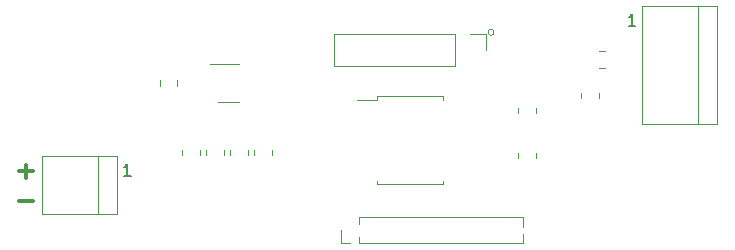
<source format=gto>
G04 #@! TF.GenerationSoftware,KiCad,Pcbnew,(6.0.6)*
G04 #@! TF.CreationDate,2023-04-07T17:07:22+02:00*
G04 #@! TF.ProjectId,LampeSolairePetite,4c616d70-6553-46f6-9c61-697265506574,R00*
G04 #@! TF.SameCoordinates,Original*
G04 #@! TF.FileFunction,Legend,Top*
G04 #@! TF.FilePolarity,Positive*
%FSLAX46Y46*%
G04 Gerber Fmt 4.6, Leading zero omitted, Abs format (unit mm)*
G04 Created by KiCad (PCBNEW (6.0.6)) date 2023-04-07 17:07:22*
%MOMM*%
%LPD*%
G01*
G04 APERTURE LIST*
%ADD10C,0.120000*%
%ADD11C,0.300000*%
%ADD12C,0.150000*%
G04 APERTURE END LIST*
D10*
X131572000Y-74676000D02*
G75*
G03*
X131572000Y-74676000I-254000J0D01*
G01*
D11*
X91376571Y-86467142D02*
X92519428Y-86467142D01*
X91948000Y-87038571D02*
X91948000Y-85895714D01*
X91376571Y-89007142D02*
X92519428Y-89007142D01*
D12*
X100805714Y-86812380D02*
X100234285Y-86812380D01*
X100520000Y-86812380D02*
X100520000Y-85812380D01*
X100424761Y-85955238D01*
X100329523Y-86050476D01*
X100234285Y-86098095D01*
X143541714Y-74112380D02*
X142970285Y-74112380D01*
X143256000Y-74112380D02*
X143256000Y-73112380D01*
X143160761Y-73255238D01*
X143065523Y-73350476D01*
X142970285Y-73398095D01*
D10*
X133631000Y-84862936D02*
X133631000Y-85317064D01*
X135101000Y-84862936D02*
X135101000Y-85317064D01*
X121700000Y-87530000D02*
X121700000Y-87255000D01*
X124460000Y-80110000D02*
X121700000Y-80110000D01*
X127220000Y-80110000D02*
X127220000Y-80385000D01*
X124460000Y-87530000D02*
X121700000Y-87530000D01*
X124460000Y-80110000D02*
X127220000Y-80110000D01*
X124460000Y-87530000D02*
X127220000Y-87530000D01*
X127220000Y-87530000D02*
X127220000Y-87255000D01*
X121700000Y-80110000D02*
X121700000Y-80385000D01*
X121700000Y-80385000D02*
X120010000Y-80385000D01*
X105183000Y-84608936D02*
X105183000Y-85063064D01*
X106653000Y-84608936D02*
X106653000Y-85063064D01*
X93270000Y-85160000D02*
X99620000Y-85160000D01*
X93270000Y-90100000D02*
X93270000Y-85160000D01*
X93270000Y-90100000D02*
X99620000Y-90100000D01*
X99620000Y-85160000D02*
X99620000Y-90100000D01*
X98020000Y-85160000D02*
X98020000Y-90100000D01*
X108193000Y-80582500D02*
X109993000Y-80582500D01*
X109993000Y-77362500D02*
X107543000Y-77362500D01*
X103278000Y-78745436D02*
X103278000Y-79199564D01*
X104748000Y-78745436D02*
X104748000Y-79199564D01*
X109247000Y-84608936D02*
X109247000Y-85063064D01*
X110717000Y-84608936D02*
X110717000Y-85063064D01*
X120140000Y-90876529D02*
X120140000Y-90330000D01*
X134045000Y-91132470D02*
X134045000Y-90330000D01*
X120140000Y-92550000D02*
X134045000Y-92550000D01*
X118620000Y-92550000D02*
X118620000Y-91440000D01*
X120140000Y-92550000D02*
X120140000Y-92003471D01*
X119380000Y-92550000D02*
X118620000Y-92550000D01*
X120140000Y-90330000D02*
X134045000Y-90330000D01*
X134045000Y-92550000D02*
X134045000Y-91747530D01*
X118045000Y-74870000D02*
X118045000Y-77530000D01*
X130865000Y-74870000D02*
X130865000Y-76200000D01*
X128265000Y-74870000D02*
X118045000Y-74870000D01*
X129535000Y-74870000D02*
X130865000Y-74870000D01*
X128265000Y-77530000D02*
X118045000Y-77530000D01*
X128265000Y-74870000D02*
X128265000Y-77530000D01*
X144070000Y-82480000D02*
X144070000Y-72460000D01*
X148820000Y-72460000D02*
X148820000Y-82480000D01*
X150420000Y-72460000D02*
X150420000Y-82480000D01*
X144070000Y-82480000D02*
X150420000Y-82480000D01*
X144070000Y-72460000D02*
X150420000Y-72460000D01*
X140943064Y-76227000D02*
X140488936Y-76227000D01*
X140943064Y-77697000D02*
X140488936Y-77697000D01*
X135101000Y-81052936D02*
X135101000Y-81507064D01*
X133631000Y-81052936D02*
X133631000Y-81507064D01*
X107215000Y-84608936D02*
X107215000Y-85063064D01*
X108685000Y-84608936D02*
X108685000Y-85063064D01*
X140435000Y-79782936D02*
X140435000Y-80237064D01*
X138965000Y-79782936D02*
X138965000Y-80237064D01*
X111279000Y-84608936D02*
X111279000Y-85063064D01*
X112749000Y-84608936D02*
X112749000Y-85063064D01*
M02*

</source>
